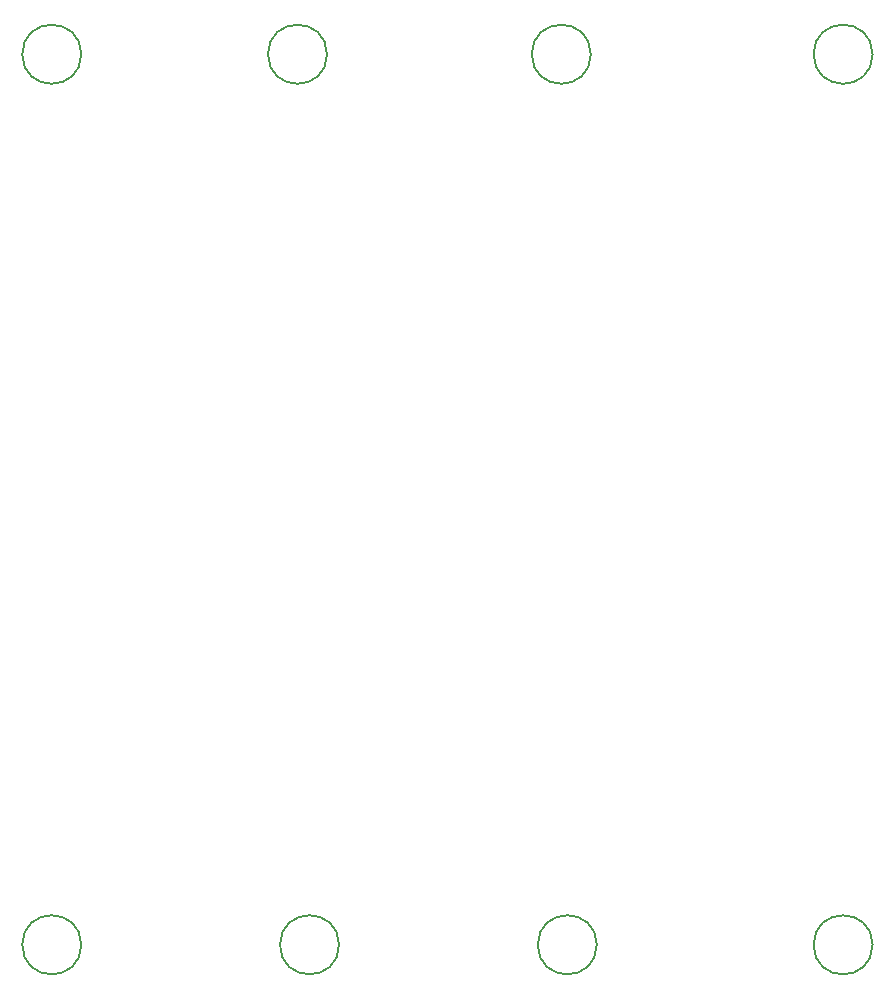
<source format=gbr>
%TF.GenerationSoftware,KiCad,Pcbnew,8.0.2*%
%TF.CreationDate,2024-09-15T20:03:39-05:00*%
%TF.ProjectId,fifty_pin_header_breakout,66696674-795f-4706-996e-5f6865616465,rev?*%
%TF.SameCoordinates,Original*%
%TF.FileFunction,Other,Comment*%
%FSLAX46Y46*%
G04 Gerber Fmt 4.6, Leading zero omitted, Abs format (unit mm)*
G04 Created by KiCad (PCBNEW 8.0.2) date 2024-09-15 20:03:39*
%MOMM*%
%LPD*%
G01*
G04 APERTURE LIST*
%ADD10C,0.150000*%
G04 APERTURE END LIST*
D10*
%TO.C,REF\u002A\u002A*%
X116108333Y-42800000D02*
G75*
G02*
X111108333Y-42800000I-2500000J0D01*
G01*
X111108333Y-42800000D02*
G75*
G02*
X116108333Y-42800000I2500000J0D01*
G01*
X117125000Y-118200000D02*
G75*
G02*
X112125000Y-118200000I-2500000J0D01*
G01*
X112125000Y-118200000D02*
G75*
G02*
X117125000Y-118200000I2500000J0D01*
G01*
X95300000Y-42800000D02*
G75*
G02*
X90300000Y-42800000I-2500000J0D01*
G01*
X90300000Y-42800000D02*
G75*
G02*
X95300000Y-42800000I2500000J0D01*
G01*
X95300000Y-118200000D02*
G75*
G02*
X90300000Y-118200000I-2500000J0D01*
G01*
X90300000Y-118200000D02*
G75*
G02*
X95300000Y-118200000I2500000J0D01*
G01*
X162300000Y-42800000D02*
G75*
G02*
X157300000Y-42800000I-2500000J0D01*
G01*
X157300000Y-42800000D02*
G75*
G02*
X162300000Y-42800000I2500000J0D01*
G01*
X138950000Y-118200000D02*
G75*
G02*
X133950000Y-118200000I-2500000J0D01*
G01*
X133950000Y-118200000D02*
G75*
G02*
X138950000Y-118200000I2500000J0D01*
G01*
X138441666Y-42800000D02*
G75*
G02*
X133441666Y-42800000I-2500000J0D01*
G01*
X133441666Y-42800000D02*
G75*
G02*
X138441666Y-42800000I2500000J0D01*
G01*
X162300000Y-118200000D02*
G75*
G02*
X157300000Y-118200000I-2500000J0D01*
G01*
X157300000Y-118200000D02*
G75*
G02*
X162300000Y-118200000I2500000J0D01*
G01*
%TD*%
M02*

</source>
